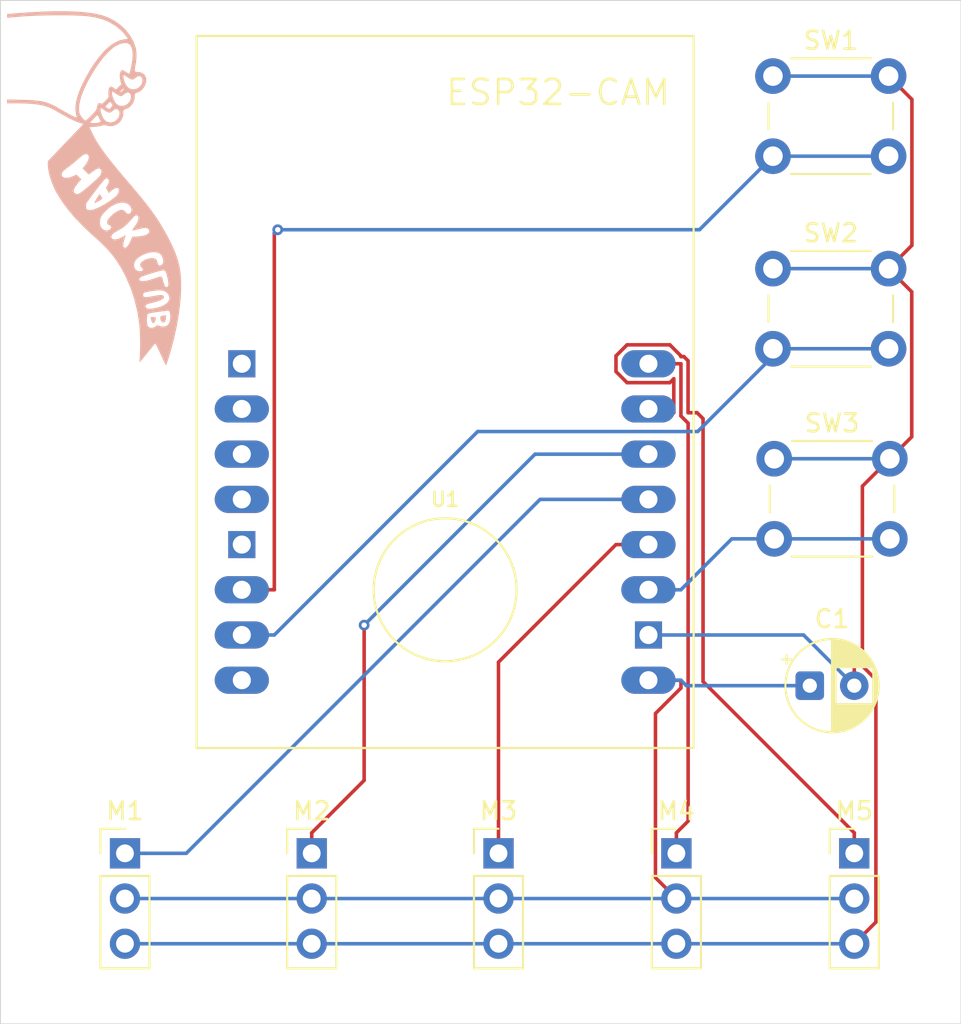
<source format=kicad_pcb>
(kicad_pcb (version 20241229) (generator "pcbnew") (generator_version "9.0")
  (layers (0 "F.Cu" signal) (2 "B.Cu" signal) (13 "F.Paste" user) (15 "B.Paste" user) (5 "F.SilkS" user "F.Silkscreen") (7 "B.SilkS" user "B.Silkscreen") (1 "F.Mask" user) (3 "B.Mask" user) (25 "Edge.Cuts" user))
  (net 0 "")
  (net 1 "Net-(SW1-B)")
  (net 4 "GND")
  (net 5 "+5V")
  (net 6 "Net-(SW2-B)")
  (net 8 "Net-(SW3-B)")
  (net 11 "Net-(M3-PWM)")
  (net 12 "Net-(M1-PWM)")
  (net 14 "Net-(M5-PWM)")
  (net 15 "Net-(M2-PWM)")
  (net 16 "Net-(M4-PWM)")
  (footprint "Button_Switch_THT:SW_PUSH_6mm_H5mm" (layer "F.Cu") (at 166.93 71.25)
    (property "Reference" "SW1" (at 3.25 -2 0) (layer "F.SilkS"))
    (property "Value" "SW_SPST")
    (pad "1" thru_hole circle (at 0 0 90) (size 2 2) (drill 1.1) (layers "*.Cu" "*.Mask") (net 4 "GND"))
    (pad "1" thru_hole circle (at 6.5 0 90) (size 2 2) (drill 1.1) (layers "*.Cu" "*.Mask") (net 4 "GND"))
    (pad "2" thru_hole circle (at 0 4.5 90) (size 2 2) (drill 1.1) (layers "*.Cu" "*.Mask") (net 1 "Net-(SW1-B)"))
    (pad "2" thru_hole circle (at 6.5 4.5 90) (size 2 2) (drill 1.1) (layers "*.Cu" "*.Mask") (net 1 "Net-(SW1-B)"))
  )
  (footprint "ESP32-CAM:ESP32-CAM" (layer "F.Cu") (at 148.5 95.0325)
    (property "Reference" "U1" (at 0 0 0) (layer "F.SilkS") (effects (font (size 0.8 0.787402))))
    (property "Value" "ESP32-CAM")
    (fp_text user "ESP32-CAM" (at 6.35 -22.86 0) (layer "F.SilkS") (effects (font (size 1.4 1.4))))
    (pad "P$1" thru_hole rect (at -11.43 -7.62) (size 1.524 1.524) (drill 1.016) (layers "*.Cu" "*.Mask"))
    (pad "P$2" thru_hole oval (at -11.43 -5.08) (size 3.048 1.524) (drill 1.016) (layers "*.Cu" "*.Mask"))
    (pad "P$3" thru_hole oval (at -11.43 -2.54) (size 3.048 1.524) (drill 1.016) (layers "*.Cu" "*.Mask"))
    (pad "P$4" thru_hole oval (at -11.43 0) (size 3.048 1.524) (drill 1.016) (layers "*.Cu" "*.Mask"))
    (pad "P$5" thru_hole rect (at -11.43 2.54) (size 1.524 1.524) (drill 1.016) (layers "*.Cu" "*.Mask"))
    (pad "P$6" thru_hole oval (at -11.43 5.08) (size 3.048 1.524) (drill 1.016) (layers "*.Cu" "*.Mask") (net 1 "Net-(SW1-B)"))
    (pad "P$7" thru_hole oval (at -11.43 7.62) (size 3.048 1.524) (drill 1.016) (layers "*.Cu" "*.Mask") (net 6 "Net-(SW2-B)"))
    (pad "P$8" thru_hole oval (at -11.43 10.16) (size 3.048 1.524) (drill 1.016) (layers "*.Cu" "*.Mask"))
    (pad "P$9" thru_hole oval (at 11.43 10.16) (size 3.048 1.524) (drill 1.016) (layers "*.Cu" "*.Mask") (net 5 "+5V"))
    (pad "P$10" thru_hole rect (at 11.43 7.62) (size 1.524 1.524) (drill 1.016) (layers "*.Cu" "*.Mask") (net 4 "GND"))
    (pad "P$11" thru_hole oval (at 11.43 5.08) (size 3.048 1.524) (drill 1.016) (layers "*.Cu" "*.Mask") (net 8 "Net-(SW3-B)"))
    (pad "P$12" thru_hole oval (at 11.43 2.54) (size 3.048 1.524) (drill 1.016) (layers "*.Cu" "*.Mask") (net 11 "Net-(M3-PWM)"))
    (pad "P$13" thru_hole oval (at 11.43 0) (size 3.048 1.524) (drill 1.016) (layers "*.Cu" "*.Mask") (net 12 "Net-(M1-PWM)"))
    (pad "P$14" thru_hole oval (at 11.43 -2.54) (size 3.048 1.524) (drill 1.016) (layers "*.Cu" "*.Mask") (net 15 "Net-(M2-PWM)"))
    (pad "P$15" thru_hole oval (at 11.43 -5.08) (size 3.048 1.524) (drill 1.016) (layers "*.Cu" "*.Mask") (net 14 "Net-(M5-PWM)"))
    (pad "P$16" thru_hole oval (at 11.43 -7.62) (size 3.048 1.524) (drill 1.016) (layers "*.Cu" "*.Mask") (net 16 "Net-(M4-PWM)"))
  )
  (footprint "Capacitor_THT:CP_Radial_D5.0mm_P2.50mm" (layer "F.Cu") (at 169 105.5)
    (property "Reference" "C1" (at 1.25 -3.75 0) (layer "F.SilkS"))
    (property "Value" "C_Polarized")
    (pad "1" thru_hole roundrect (at 0 0) (size 1.6 1.6) (drill 0.8) (layers "*.Cu" "*.Mask") (roundrect_rratio 0.15625) (net 5 "+5V"))
    (pad "2" thru_hole circle (at 2.5 0) (size 1.6 1.6) (drill 0.8) (layers "*.Cu" "*.Mask") (net 4 "GND"))
  )
  (footprint "Connector_PinHeader_2.54mm:PinHeader_1x03_P2.54mm_Vertical" (layer "F.Cu") (at 171.5 114.92)
    (property "Reference" "M5" (at 0 -2.38 0) (layer "F.SilkS"))
    (property "Value" "Motor_Servo")
    (pad "1" thru_hole rect (at 0 0) (size 1.7 1.7) (drill 1) (layers "*.Cu" "*.Mask") (net 14 "Net-(M5-PWM)"))
    (pad "2" thru_hole circle (at 0 2.54) (size 1.7 1.7) (drill 1) (layers "*.Cu" "*.Mask") (net 5 "+5V"))
    (pad "3" thru_hole circle (at 0 5.08) (size 1.7 1.7) (drill 1) (layers "*.Cu" "*.Mask") (net 4 "GND"))
  )
  (footprint "Connector_PinHeader_2.54mm:PinHeader_1x03_P2.54mm_Vertical" (layer "F.Cu") (at 161.5 114.92)
    (property "Reference" "M4" (at 0 -2.38 0) (layer "F.SilkS"))
    (property "Value" "Motor_Servo")
    (pad "1" thru_hole rect (at 0 0) (size 1.7 1.7) (drill 1) (layers "*.Cu" "*.Mask") (net 16 "Net-(M4-PWM)"))
    (pad "2" thru_hole circle (at 0 2.54) (size 1.7 1.7) (drill 1) (layers "*.Cu" "*.Mask") (net 5 "+5V"))
    (pad "3" thru_hole circle (at 0 5.08) (size 1.7 1.7) (drill 1) (layers "*.Cu" "*.Mask") (net 4 "GND"))
  )
  (footprint "Button_Switch_THT:SW_PUSH_6mm_H5mm" (layer "F.Cu") (at 167 92.75)
    (property "Reference" "SW3" (at 3.25 -2 0) (layer "F.SilkS"))
    (property "Value" "SW_SPST")
    (pad "1" thru_hole circle (at 0 0 90) (size 2 2) (drill 1.1) (layers "*.Cu" "*.Mask") (net 4 "GND"))
    (pad "1" thru_hole circle (at 6.5 0 90) (size 2 2) (drill 1.1) (layers "*.Cu" "*.Mask") (net 4 "GND"))
    (pad "2" thru_hole circle (at 0 4.5 90) (size 2 2) (drill 1.1) (layers "*.Cu" "*.Mask") (net 8 "Net-(SW3-B)"))
    (pad "2" thru_hole circle (at 6.5 4.5 90) (size 2 2) (drill 1.1) (layers "*.Cu" "*.Mask") (net 8 "Net-(SW3-B)"))
  )
  (footprint "Button_Switch_THT:SW_PUSH_6mm_H5mm" (layer "F.Cu") (at 166.93 82.07)
    (property "Reference" "SW2" (at 3.25 -2 0) (layer "F.SilkS"))
    (property "Value" "SW_SPST")
    (pad "1" thru_hole circle (at 0 0 90) (size 2 2) (drill 1.1) (layers "*.Cu" "*.Mask") (net 4 "GND"))
    (pad "1" thru_hole circle (at 6.5 0 90) (size 2 2) (drill 1.1) (layers "*.Cu" "*.Mask") (net 4 "GND"))
    (pad "2" thru_hole circle (at 0 4.5 90) (size 2 2) (drill 1.1) (layers "*.Cu" "*.Mask") (net 6 "Net-(SW2-B)"))
    (pad "2" thru_hole circle (at 6.5 4.5 90) (size 2 2) (drill 1.1) (layers "*.Cu" "*.Mask") (net 6 "Net-(SW2-B)"))
  )
  (footprint "Connector_PinHeader_2.54mm:PinHeader_1x03_P2.54mm_Vertical" (layer "F.Cu") (at 130.5 114.92)
    (property "Reference" "M1" (at 0 -2.38 0) (layer "F.SilkS"))
    (property "Value" "Motor_Servo")
    (pad "1" thru_hole rect (at 0 0) (size 1.7 1.7) (drill 1) (layers "*.Cu" "*.Mask") (net 12 "Net-(M1-PWM)"))
    (pad "2" thru_hole circle (at 0 2.54) (size 1.7 1.7) (drill 1) (layers "*.Cu" "*.Mask") (net 5 "+5V"))
    (pad "3" thru_hole circle (at 0 5.08) (size 1.7 1.7) (drill 1) (layers "*.Cu" "*.Mask") (net 4 "GND"))
  )
  (footprint "Connector_PinHeader_2.54mm:PinHeader_1x03_P2.54mm_Vertical" (layer "F.Cu") (at 141 114.92)
    (property "Reference" "M2" (at 0 -2.38 0) (layer "F.SilkS"))
    (property "Value" "Motor_Servo")
    (pad "1" thru_hole rect (at 0 0) (size 1.7 1.7) (drill 1) (layers "*.Cu" "*.Mask") (net 15 "Net-(M2-PWM)"))
    (pad "2" thru_hole circle (at 0 2.54) (size 1.7 1.7) (drill 1) (layers "*.Cu" "*.Mask") (net 5 "+5V"))
    (pad "3" thru_hole circle (at 0 5.08) (size 1.7 1.7) (drill 1) (layers "*.Cu" "*.Mask") (net 4 "GND"))
  )
  (footprint "Connector_PinHeader_2.54mm:PinHeader_1x03_P2.54mm_Vertical" (layer "F.Cu") (at 151.5 114.92)
    (property "Reference" "M3" (at 0 -2.38 0) (layer "F.SilkS"))
    (property "Value" "Motor_Servo")
    (pad "1" thru_hole rect (at 0 0) (size 1.7 1.7) (drill 1) (layers "*.Cu" "*.Mask") (net 11 "Net-(M3-PWM)"))
    (pad "2" thru_hole circle (at 0 2.54) (size 1.7 1.7) (drill 1) (layers "*.Cu" "*.Mask") (net 5 "+5V"))
    (pad "3" thru_hole circle (at 0 5.08) (size 1.7 1.7) (drill 1) (layers "*.Cu" "*.Mask") (net 4 "GND"))
  )
  (footprint "LOGO" (layer "B.Cu") (at 129.5 77.5 -90)
    (property "Reference" "G***" (hide yes))
    (property "Value" "LOGO" (hide yes))
  )
  (gr_rect (start 123.5 67) (end 177.5 124.5) (stroke (width 0.05)) (fill no) (layer "Edge.Cuts"))
  (segment (start 138.8957 80.0767) (end 139.0899 79.8825) (width 0.2) (layer "F.Cu") (net 1))
  (segment (start 137.07 100.1125) (end 138.8957 100.1125) (width 0.2) (layer "F.Cu") (net 1))
  (segment (start 139.0899 79.8825) (end 138.8957 80.0767) (width 0.2) (layer "F.Cu") (net 1))
  (segment (start 138.8957 80.0767) (end 139.0899 79.8825) (width 0.2) (layer "F.Cu") (net 1))
  (segment (start 138.8957 100.1125) (end 138.8957 80.0767) (width 0.2) (layer "F.Cu") (net 1))
  (via (at 139.0899 79.8825) (size 0.6) (drill 0.3) (layers "F.Cu" "B.Cu") (net 1))
  (segment (start 139.0899 79.8825) (end 162.7975 79.8825) (width 0.2) (layer "B.Cu") (net 1))
  (segment (start 162.7975 79.8825) (end 166.93 75.75) (width 0.2) (layer "B.Cu") (net 1))
  (segment (start 139.0899 79.8825) (end 138.8957 80.0767) (width 0.2) (layer "B.Cu") (net 1))
  (segment (start 138.8957 80.0767) (end 139.0899 79.8825) (width 0.2) (layer "B.Cu") (net 1))
  (segment (start 166.93 75.75) (end 173.43 75.75) (width 0.2) (layer "B.Cu") (net 1))
  (segment (start 174.7317 83.3717) (end 173.43 82.07) (width 0.2) (layer "F.Cu") (net 4))
  (segment (start 174.7409 72.5609) (end 174.7409 80.7591) (width 0.2) (layer "F.Cu") (net 4))
  (segment (start 171.9561 104.3953) (end 172.7161 105.1553) (width 0.2) (layer "F.Cu") (net 4))
  (segment (start 172.7161 118.7839) (end 171.5 120) (width 0.2) (layer "F.Cu") (net 4))
  (segment (start 174.7317 91.5183) (end 174.7317 83.3717) (width 0.2) (layer "F.Cu") (net 4))
  (segment (start 173.5 92.75) (end 174.7317 91.5183) (width 0.2) (layer "F.Cu") (net 4))
  (segment (start 171.9561 104.3953) (end 171.9561 94.2939) (width 0.2) (layer "F.Cu") (net 4))
  (segment (start 171.9561 94.2939) (end 173.5 92.75) (width 0.2) (layer "F.Cu") (net 4))
  (segment (start 171.5 105.5) (end 171.5 104.3953) (width 0.2) (layer "F.Cu") (net 4))
  (segment (start 172.7161 105.1553) (end 172.7161 118.7839) (width 0.2) (layer "F.Cu") (net 4))
  (segment (start 173.43 71.25) (end 174.7409 72.5609) (width 0.2) (layer "F.Cu") (net 4))
  (segment (start 171.5 104.3953) (end 171.9561 104.3953) (width 0.2) (layer "F.Cu") (net 4))
  (segment (start 174.7409 80.7591) (end 173.43 82.07) (width 0.2) (layer "F.Cu") (net 4))
  (segment (start 130.5 120) (end 141 120) (width 0.2) (layer "B.Cu") (net 4))
  (segment (start 168.6525 102.6525) (end 171.5 105.5) (width 0.2) (layer "B.Cu") (net 4))
  (segment (start 171.5 120) (end 161.5 120) (width 0.2) (layer "B.Cu") (net 4))
  (segment (start 167 92.75) (end 173.5 92.75) (width 0.2) (layer "B.Cu") (net 4))
  (segment (start 173.43 71.25) (end 166.93 71.25) (width 0.2) (layer "B.Cu") (net 4))
  (segment (start 173.43 82.07) (end 166.93 82.07) (width 0.2) (layer "B.Cu") (net 4))
  (segment (start 151.5 120) (end 141 120) (width 0.2) (layer "B.Cu") (net 4))
  (segment (start 159.93 102.6525) (end 168.6525 102.6525) (width 0.2) (layer "B.Cu") (net 4))
  (segment (start 161.5 120) (end 151.5 120) (width 0.2) (layer "B.Cu") (net 4))
  (segment (start 161.7557 105.1925) (end 161.7557 105.6331) (width 0.2) (layer "F.Cu") (net 5))
  (segment (start 160.3225 107.0663) (end 160.3225 116.2825) (width 0.2) (layer "F.Cu") (net 5))
  (segment (start 160.3225 116.2825) (end 161.5 117.46) (width 0.2) (layer "F.Cu") (net 5))
  (segment (start 161.7557 105.6331) (end 160.3225 107.0663) (width 0.2) (layer "F.Cu") (net 5))
  (segment (start 159.93 105.1925) (end 161.7557 105.1925) (width 0.2) (layer "F.Cu") (net 5))
  (segment (start 169 105.5) (end 162.0632 105.5) (width 0.2) (layer "B.Cu") (net 5))
  (segment (start 151.5 117.46) (end 141 117.46) (width 0.2) (layer "B.Cu") (net 5))
  (segment (start 161.5 117.46) (end 171.5 117.46) (width 0.2) (layer "B.Cu") (net 5))
  (segment (start 130.5 117.46) (end 141 117.46) (width 0.2) (layer "B.Cu") (net 5))
  (segment (start 162.0632 105.5) (end 161.7557 105.1925) (width 0.2) (layer "B.Cu") (net 5))
  (segment (start 159.93 105.1925) (end 161.7557 105.1925) (width 0.2) (layer "B.Cu") (net 5))
  (segment (start 151.5 117.46) (end 161.5 117.46) (width 0.2) (layer "B.Cu") (net 5))
  (segment (start 137.07 102.6525) (end 138.8957 102.6525) (width 0.2) (layer "B.Cu") (net 6))
  (segment (start 166.93 86.9897) (end 166.93 86.57) (width 0.2) (layer "B.Cu") (net 6))
  (segment (start 138.8957 102.6525) (end 150.3257 91.2225) (width 0.2) (layer "B.Cu") (net 6))
  (segment (start 166.93 86.57) (end 173.43 86.57) (width 0.2) (layer "B.Cu") (net 6))
  (segment (start 150.3257 91.2225) (end 162.6972 91.2225) (width 0.2) (layer "B.Cu") (net 6))
  (segment (start 162.6972 91.2225) (end 166.93 86.9897) (width 0.2) (layer "B.Cu") (net 6))
  (segment (start 159.93 100.1125) (end 161.7557 100.1125) (width 0.2) (layer "B.Cu") (net 8))
  (segment (start 167 97.25) (end 164.6182 97.25) (width 0.2) (layer "B.Cu") (net 8))
  (segment (start 164.6182 97.25) (end 161.7557 100.1125) (width 0.2) (layer "B.Cu") (net 8))
  (segment (start 173.5 97.25) (end 167 97.25) (width 0.2) (layer "B.Cu") (net 8))
  (segment (start 159.93 97.5725) (end 158.1043 97.5725) (width 0.2) (layer "F.Cu") (net 11))
  (segment (start 151.5 114.92) (end 151.5 104.1768) (width 0.2) (layer "F.Cu") (net 11))
  (segment (start 151.5 104.1768) (end 158.1043 97.5725) (width 0.2) (layer "F.Cu") (net 11))
  (segment (start 153.8368 95.0325) (end 159.93 95.0325) (width 0.2) (layer "B.Cu") (net 12))
  (segment (start 131.6517 114.92) (end 133.9493 114.92) (width 0.2) (layer "B.Cu") (net 12))
  (segment (start 133.9493 114.92) (end 153.8368 95.0325) (width 0.2) (layer "B.Cu") (net 12))
  (segment (start 130.5 114.92) (end 131.6517 114.92) (width 0.2) (layer "B.Cu") (net 12))
  (segment (start 161.9218 87.0115) (end 162.1567 87.2464) (width 0.2) (layer "F.Cu") (net 14))
  (segment (start 161.132309 88.4755) (end 158.727691 88.4755) (width 0.2) (layer "F.Cu") (net 14))
  (segment (start 162.1567 90.164839) (end 162.6642 90.164839) (width 0.2) (layer "F.Cu") (net 14))
  (segment (start 161.755 86.972191) (end 161.755 87.0115) (width 0.2) (layer "F.Cu") (net 14))
  (segment (start 161.755 87.0115) (end 161.9218 87.0115) (width 0.2) (layer "F.Cu") (net 14))
  (segment (start 162.6642 90.164839) (end 163 90.500639) (width 0.2) (layer "F.Cu") (net 14))
  (segment (start 160.142339 90.164839) (end 161.3547 90.164839) (width 0.2) (layer "F.Cu") (net 14))
  (segment (start 171.5 113.7683) (end 171.5 114.92) (width 0.2) (layer "F.Cu") (net 14))
  (segment (start 161.132309 86.3495) (end 161.755 86.972191) (width 0.2) (layer "F.Cu") (net 14))
  (segment (start 159.93 89.9525) (end 160.142339 90.164839) (width 0.2) (layer "F.Cu") (net 14))
  (segment (start 158.727691 88.4755) (end 158.105 87.852809) (width 0.2) (layer "F.Cu") (net 14))
  (segment (start 161.3547 90.164839) (end 161.3547 88.253109) (width 0.2) (layer "F.Cu") (net 14))
  (segment (start 163 105.2683) (end 171.5 113.7683) (width 0.2) (layer "F.Cu") (net 14))
  (segment (start 161.3547 88.253109) (end 161.132309 88.4755) (width 0.2) (layer "F.Cu") (net 14))
  (segment (start 162.1567 87.2464) (end 162.1567 90.164839) (width 0.2) (layer "F.Cu") (net 14))
  (segment (start 158.105 86.972191) (end 158.727691 86.3495) (width 0.2) (layer "F.Cu") (net 14))
  (segment (start 158.105 87.852809) (end 158.105 86.972191) (width 0.2) (layer "F.Cu") (net 14))
  (segment (start 163 90.500639) (end 163 105.2683) (width 0.2) (layer "F.Cu") (net 14))
  (segment (start 158.727691 86.3495) (end 161.132309 86.3495) (width 0.2) (layer "F.Cu") (net 14))
  (segment (start 143.9469 102.098) (end 143.9469 110.8214) (width 0.2) (layer "F.Cu") (net 15))
  (segment (start 143.9469 102.0589) (end 143.9469 102.098) (width 0.2) (layer "F.Cu") (net 15))
  (segment (start 143.9469 102.098) (end 143.9469 102.0589) (width 0.2) (layer "F.Cu") (net 15))
  (segment (start 141 114.92) (end 141 113.7683) (width 0.2) (layer "F.Cu") (net 15))
  (segment (start 143.9469 110.8214) (end 141 113.7683) (width 0.2) (layer "F.Cu") (net 15))
  (via (at 143.9469 102.098) (size 0.6) (drill 0.3) (layers "F.Cu" "B.Cu") (net 15))
  (segment (start 143.9469 102.0589) (end 143.9469 102.098) (width 0.2) (layer "B.Cu") (net 15))
  (segment (start 143.9469 102.098) (end 143.9469 102.0589) (width 0.2) (layer "B.Cu") (net 15))
  (segment (start 159.93 92.4925) (end 153.5524 92.4925) (width 0.2) (layer "B.Cu") (net 15))
  (segment (start 153.5524 92.4925) (end 143.9469 102.098) (width 0.2) (layer "B.Cu") (net 15))
  (segment (start 162.16 90.7512) (end 162.16 113.1083) (width 0.2) (layer "F.Cu") (net 16))
  (segment (start 162.16 113.1083) (end 161.5 113.7683) (width 0.2) (layer "F.Cu") (net 16))
  (segment (start 159.93 87.4125) (end 161.7557 87.4125) (width 0.2) (layer "F.Cu") (net 16))
  (segment (start 161.7557 90.3469) (end 162.16 90.7512) (width 0.2) (layer "F.Cu") (net 16))
  (segment (start 161.5 114.92) (end 161.5 113.7683) (width 0.2) (layer "F.Cu") (net 16))
  (segment (start 161.7557 87.4125) (end 161.7557 90.3469) (width 0.2) (layer "F.Cu") (net 16))
)
</source>
